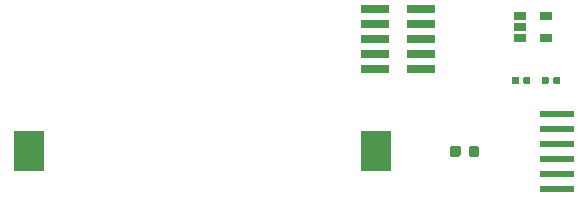
<source format=gbr>
G04 #@! TF.GenerationSoftware,KiCad,Pcbnew,(5.1.5-0-10_14)*
G04 #@! TF.CreationDate,2020-09-29T12:48:30-04:00*
G04 #@! TF.ProjectId,ESLO_RB_DEBUG,45534c4f-5f52-4425-9f44-454255472e6b,rev?*
G04 #@! TF.SameCoordinates,Original*
G04 #@! TF.FileFunction,Paste,Top*
G04 #@! TF.FilePolarity,Positive*
%FSLAX46Y46*%
G04 Gerber Fmt 4.6, Leading zero omitted, Abs format (unit mm)*
G04 Created by KiCad (PCBNEW (5.1.5-0-10_14)) date 2020-09-29 12:48:30*
%MOMM*%
%LPD*%
G04 APERTURE LIST*
%ADD10C,0.100000*%
%ADD11R,1.060000X0.650000*%
%ADD12R,3.000000X0.600000*%
%ADD13R,2.400000X0.740000*%
%ADD14R,2.540000X3.510000*%
G04 APERTURE END LIST*
D10*
G36*
X163240191Y-86526053D02*
G01*
X163261426Y-86529203D01*
X163282250Y-86534419D01*
X163302462Y-86541651D01*
X163321868Y-86550830D01*
X163340281Y-86561866D01*
X163357524Y-86574654D01*
X163373430Y-86589070D01*
X163387846Y-86604976D01*
X163400634Y-86622219D01*
X163411670Y-86640632D01*
X163420849Y-86660038D01*
X163428081Y-86680250D01*
X163433297Y-86701074D01*
X163436447Y-86722309D01*
X163437500Y-86743750D01*
X163437500Y-87256250D01*
X163436447Y-87277691D01*
X163433297Y-87298926D01*
X163428081Y-87319750D01*
X163420849Y-87339962D01*
X163411670Y-87359368D01*
X163400634Y-87377781D01*
X163387846Y-87395024D01*
X163373430Y-87410930D01*
X163357524Y-87425346D01*
X163340281Y-87438134D01*
X163321868Y-87449170D01*
X163302462Y-87458349D01*
X163282250Y-87465581D01*
X163261426Y-87470797D01*
X163240191Y-87473947D01*
X163218750Y-87475000D01*
X162781250Y-87475000D01*
X162759809Y-87473947D01*
X162738574Y-87470797D01*
X162717750Y-87465581D01*
X162697538Y-87458349D01*
X162678132Y-87449170D01*
X162659719Y-87438134D01*
X162642476Y-87425346D01*
X162626570Y-87410930D01*
X162612154Y-87395024D01*
X162599366Y-87377781D01*
X162588330Y-87359368D01*
X162579151Y-87339962D01*
X162571919Y-87319750D01*
X162566703Y-87298926D01*
X162563553Y-87277691D01*
X162562500Y-87256250D01*
X162562500Y-86743750D01*
X162563553Y-86722309D01*
X162566703Y-86701074D01*
X162571919Y-86680250D01*
X162579151Y-86660038D01*
X162588330Y-86640632D01*
X162599366Y-86622219D01*
X162612154Y-86604976D01*
X162626570Y-86589070D01*
X162642476Y-86574654D01*
X162659719Y-86561866D01*
X162678132Y-86550830D01*
X162697538Y-86541651D01*
X162717750Y-86534419D01*
X162738574Y-86529203D01*
X162759809Y-86526053D01*
X162781250Y-86525000D01*
X163218750Y-86525000D01*
X163240191Y-86526053D01*
G37*
G36*
X161665191Y-86526053D02*
G01*
X161686426Y-86529203D01*
X161707250Y-86534419D01*
X161727462Y-86541651D01*
X161746868Y-86550830D01*
X161765281Y-86561866D01*
X161782524Y-86574654D01*
X161798430Y-86589070D01*
X161812846Y-86604976D01*
X161825634Y-86622219D01*
X161836670Y-86640632D01*
X161845849Y-86660038D01*
X161853081Y-86680250D01*
X161858297Y-86701074D01*
X161861447Y-86722309D01*
X161862500Y-86743750D01*
X161862500Y-87256250D01*
X161861447Y-87277691D01*
X161858297Y-87298926D01*
X161853081Y-87319750D01*
X161845849Y-87339962D01*
X161836670Y-87359368D01*
X161825634Y-87377781D01*
X161812846Y-87395024D01*
X161798430Y-87410930D01*
X161782524Y-87425346D01*
X161765281Y-87438134D01*
X161746868Y-87449170D01*
X161727462Y-87458349D01*
X161707250Y-87465581D01*
X161686426Y-87470797D01*
X161665191Y-87473947D01*
X161643750Y-87475000D01*
X161206250Y-87475000D01*
X161184809Y-87473947D01*
X161163574Y-87470797D01*
X161142750Y-87465581D01*
X161122538Y-87458349D01*
X161103132Y-87449170D01*
X161084719Y-87438134D01*
X161067476Y-87425346D01*
X161051570Y-87410930D01*
X161037154Y-87395024D01*
X161024366Y-87377781D01*
X161013330Y-87359368D01*
X161004151Y-87339962D01*
X160996919Y-87319750D01*
X160991703Y-87298926D01*
X160988553Y-87277691D01*
X160987500Y-87256250D01*
X160987500Y-86743750D01*
X160988553Y-86722309D01*
X160991703Y-86701074D01*
X160996919Y-86680250D01*
X161004151Y-86660038D01*
X161013330Y-86640632D01*
X161024366Y-86622219D01*
X161037154Y-86604976D01*
X161051570Y-86589070D01*
X161067476Y-86574654D01*
X161084719Y-86561866D01*
X161103132Y-86550830D01*
X161122538Y-86541651D01*
X161142750Y-86534419D01*
X161163574Y-86529203D01*
X161184809Y-86526053D01*
X161206250Y-86525000D01*
X161643750Y-86525000D01*
X161665191Y-86526053D01*
G37*
D11*
X169100000Y-75550000D03*
X169100000Y-77450000D03*
X166900000Y-77450000D03*
X166900000Y-76500000D03*
X166900000Y-75550000D03*
D12*
X170000000Y-83825000D03*
X170000000Y-85095000D03*
X170000000Y-86365000D03*
X170000000Y-87635000D03*
X170000000Y-88905000D03*
X170000000Y-90175000D03*
D13*
X158500000Y-80040000D03*
X154600000Y-80040000D03*
X158500000Y-78770000D03*
X154600000Y-78770000D03*
X158500000Y-77500000D03*
X154600000Y-77500000D03*
X158500000Y-76230000D03*
X154600000Y-76230000D03*
X158500000Y-74960000D03*
X154600000Y-74960000D03*
D10*
G36*
X170161958Y-80680710D02*
G01*
X170176276Y-80682834D01*
X170190317Y-80686351D01*
X170203946Y-80691228D01*
X170217031Y-80697417D01*
X170229447Y-80704858D01*
X170241073Y-80713481D01*
X170251798Y-80723202D01*
X170261519Y-80733927D01*
X170270142Y-80745553D01*
X170277583Y-80757969D01*
X170283772Y-80771054D01*
X170288649Y-80784683D01*
X170292166Y-80798724D01*
X170294290Y-80813042D01*
X170295000Y-80827500D01*
X170295000Y-81172500D01*
X170294290Y-81186958D01*
X170292166Y-81201276D01*
X170288649Y-81215317D01*
X170283772Y-81228946D01*
X170277583Y-81242031D01*
X170270142Y-81254447D01*
X170261519Y-81266073D01*
X170251798Y-81276798D01*
X170241073Y-81286519D01*
X170229447Y-81295142D01*
X170217031Y-81302583D01*
X170203946Y-81308772D01*
X170190317Y-81313649D01*
X170176276Y-81317166D01*
X170161958Y-81319290D01*
X170147500Y-81320000D01*
X169852500Y-81320000D01*
X169838042Y-81319290D01*
X169823724Y-81317166D01*
X169809683Y-81313649D01*
X169796054Y-81308772D01*
X169782969Y-81302583D01*
X169770553Y-81295142D01*
X169758927Y-81286519D01*
X169748202Y-81276798D01*
X169738481Y-81266073D01*
X169729858Y-81254447D01*
X169722417Y-81242031D01*
X169716228Y-81228946D01*
X169711351Y-81215317D01*
X169707834Y-81201276D01*
X169705710Y-81186958D01*
X169705000Y-81172500D01*
X169705000Y-80827500D01*
X169705710Y-80813042D01*
X169707834Y-80798724D01*
X169711351Y-80784683D01*
X169716228Y-80771054D01*
X169722417Y-80757969D01*
X169729858Y-80745553D01*
X169738481Y-80733927D01*
X169748202Y-80723202D01*
X169758927Y-80713481D01*
X169770553Y-80704858D01*
X169782969Y-80697417D01*
X169796054Y-80691228D01*
X169809683Y-80686351D01*
X169823724Y-80682834D01*
X169838042Y-80680710D01*
X169852500Y-80680000D01*
X170147500Y-80680000D01*
X170161958Y-80680710D01*
G37*
G36*
X169191958Y-80680710D02*
G01*
X169206276Y-80682834D01*
X169220317Y-80686351D01*
X169233946Y-80691228D01*
X169247031Y-80697417D01*
X169259447Y-80704858D01*
X169271073Y-80713481D01*
X169281798Y-80723202D01*
X169291519Y-80733927D01*
X169300142Y-80745553D01*
X169307583Y-80757969D01*
X169313772Y-80771054D01*
X169318649Y-80784683D01*
X169322166Y-80798724D01*
X169324290Y-80813042D01*
X169325000Y-80827500D01*
X169325000Y-81172500D01*
X169324290Y-81186958D01*
X169322166Y-81201276D01*
X169318649Y-81215317D01*
X169313772Y-81228946D01*
X169307583Y-81242031D01*
X169300142Y-81254447D01*
X169291519Y-81266073D01*
X169281798Y-81276798D01*
X169271073Y-81286519D01*
X169259447Y-81295142D01*
X169247031Y-81302583D01*
X169233946Y-81308772D01*
X169220317Y-81313649D01*
X169206276Y-81317166D01*
X169191958Y-81319290D01*
X169177500Y-81320000D01*
X168882500Y-81320000D01*
X168868042Y-81319290D01*
X168853724Y-81317166D01*
X168839683Y-81313649D01*
X168826054Y-81308772D01*
X168812969Y-81302583D01*
X168800553Y-81295142D01*
X168788927Y-81286519D01*
X168778202Y-81276798D01*
X168768481Y-81266073D01*
X168759858Y-81254447D01*
X168752417Y-81242031D01*
X168746228Y-81228946D01*
X168741351Y-81215317D01*
X168737834Y-81201276D01*
X168735710Y-81186958D01*
X168735000Y-81172500D01*
X168735000Y-80827500D01*
X168735710Y-80813042D01*
X168737834Y-80798724D01*
X168741351Y-80784683D01*
X168746228Y-80771054D01*
X168752417Y-80757969D01*
X168759858Y-80745553D01*
X168768481Y-80733927D01*
X168778202Y-80723202D01*
X168788927Y-80713481D01*
X168800553Y-80704858D01*
X168812969Y-80697417D01*
X168826054Y-80691228D01*
X168839683Y-80686351D01*
X168853724Y-80682834D01*
X168868042Y-80680710D01*
X168882500Y-80680000D01*
X169177500Y-80680000D01*
X169191958Y-80680710D01*
G37*
G36*
X167631958Y-80680710D02*
G01*
X167646276Y-80682834D01*
X167660317Y-80686351D01*
X167673946Y-80691228D01*
X167687031Y-80697417D01*
X167699447Y-80704858D01*
X167711073Y-80713481D01*
X167721798Y-80723202D01*
X167731519Y-80733927D01*
X167740142Y-80745553D01*
X167747583Y-80757969D01*
X167753772Y-80771054D01*
X167758649Y-80784683D01*
X167762166Y-80798724D01*
X167764290Y-80813042D01*
X167765000Y-80827500D01*
X167765000Y-81172500D01*
X167764290Y-81186958D01*
X167762166Y-81201276D01*
X167758649Y-81215317D01*
X167753772Y-81228946D01*
X167747583Y-81242031D01*
X167740142Y-81254447D01*
X167731519Y-81266073D01*
X167721798Y-81276798D01*
X167711073Y-81286519D01*
X167699447Y-81295142D01*
X167687031Y-81302583D01*
X167673946Y-81308772D01*
X167660317Y-81313649D01*
X167646276Y-81317166D01*
X167631958Y-81319290D01*
X167617500Y-81320000D01*
X167322500Y-81320000D01*
X167308042Y-81319290D01*
X167293724Y-81317166D01*
X167279683Y-81313649D01*
X167266054Y-81308772D01*
X167252969Y-81302583D01*
X167240553Y-81295142D01*
X167228927Y-81286519D01*
X167218202Y-81276798D01*
X167208481Y-81266073D01*
X167199858Y-81254447D01*
X167192417Y-81242031D01*
X167186228Y-81228946D01*
X167181351Y-81215317D01*
X167177834Y-81201276D01*
X167175710Y-81186958D01*
X167175000Y-81172500D01*
X167175000Y-80827500D01*
X167175710Y-80813042D01*
X167177834Y-80798724D01*
X167181351Y-80784683D01*
X167186228Y-80771054D01*
X167192417Y-80757969D01*
X167199858Y-80745553D01*
X167208481Y-80733927D01*
X167218202Y-80723202D01*
X167228927Y-80713481D01*
X167240553Y-80704858D01*
X167252969Y-80697417D01*
X167266054Y-80691228D01*
X167279683Y-80686351D01*
X167293724Y-80682834D01*
X167308042Y-80680710D01*
X167322500Y-80680000D01*
X167617500Y-80680000D01*
X167631958Y-80680710D01*
G37*
G36*
X166661958Y-80680710D02*
G01*
X166676276Y-80682834D01*
X166690317Y-80686351D01*
X166703946Y-80691228D01*
X166717031Y-80697417D01*
X166729447Y-80704858D01*
X166741073Y-80713481D01*
X166751798Y-80723202D01*
X166761519Y-80733927D01*
X166770142Y-80745553D01*
X166777583Y-80757969D01*
X166783772Y-80771054D01*
X166788649Y-80784683D01*
X166792166Y-80798724D01*
X166794290Y-80813042D01*
X166795000Y-80827500D01*
X166795000Y-81172500D01*
X166794290Y-81186958D01*
X166792166Y-81201276D01*
X166788649Y-81215317D01*
X166783772Y-81228946D01*
X166777583Y-81242031D01*
X166770142Y-81254447D01*
X166761519Y-81266073D01*
X166751798Y-81276798D01*
X166741073Y-81286519D01*
X166729447Y-81295142D01*
X166717031Y-81302583D01*
X166703946Y-81308772D01*
X166690317Y-81313649D01*
X166676276Y-81317166D01*
X166661958Y-81319290D01*
X166647500Y-81320000D01*
X166352500Y-81320000D01*
X166338042Y-81319290D01*
X166323724Y-81317166D01*
X166309683Y-81313649D01*
X166296054Y-81308772D01*
X166282969Y-81302583D01*
X166270553Y-81295142D01*
X166258927Y-81286519D01*
X166248202Y-81276798D01*
X166238481Y-81266073D01*
X166229858Y-81254447D01*
X166222417Y-81242031D01*
X166216228Y-81228946D01*
X166211351Y-81215317D01*
X166207834Y-81201276D01*
X166205710Y-81186958D01*
X166205000Y-81172500D01*
X166205000Y-80827500D01*
X166205710Y-80813042D01*
X166207834Y-80798724D01*
X166211351Y-80784683D01*
X166216228Y-80771054D01*
X166222417Y-80757969D01*
X166229858Y-80745553D01*
X166238481Y-80733927D01*
X166248202Y-80723202D01*
X166258927Y-80713481D01*
X166270553Y-80704858D01*
X166282969Y-80697417D01*
X166296054Y-80691228D01*
X166309683Y-80686351D01*
X166323724Y-80682834D01*
X166338042Y-80680710D01*
X166352500Y-80680000D01*
X166647500Y-80680000D01*
X166661958Y-80680710D01*
G37*
D14*
X125320000Y-87000000D03*
X154680000Y-87000000D03*
M02*

</source>
